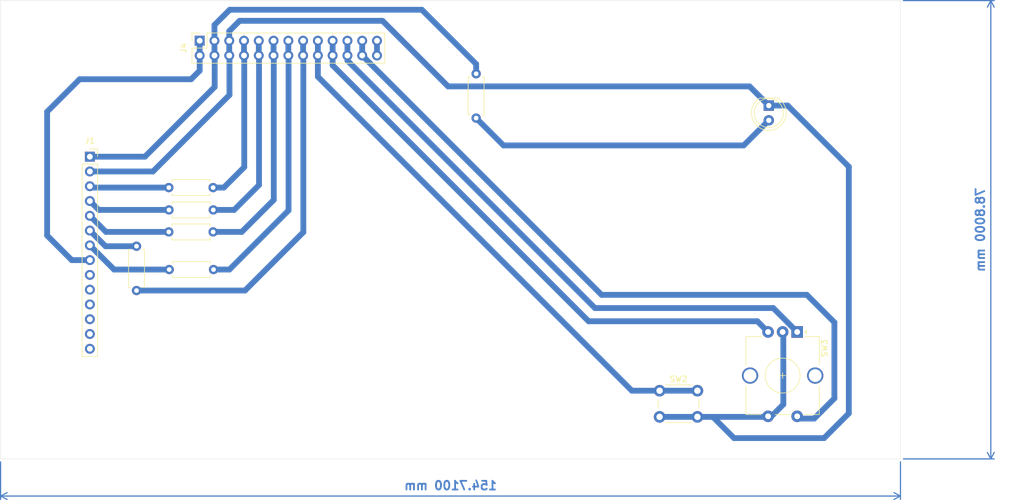
<source format=kicad_pcb>
(kicad_pcb (version 20240108) (generator "pcbnew") (generator_version "8.0")
  (layers (0 "F.Cu" signal) (31 "B.Cu" signal) (34 "B.Paste" user) (35 "F.Paste" user) (36 "B.SilkS" user "B.Silkscreen") (37 "F.SilkS" user "F.Silkscreen") (38 "B.Mask" user) (39 "F.Mask" user) (44 "Edge.Cuts" user))
  (net 0 "")
  (net 1 "GND")
  (net 2 "Net-(D1-A)")
  (net 4 "Net-(J1-Pin_5)")
  (net 6 "Net-(J1-Pin_6)")
  (net 7 "Net-(J1-Pin_3)")
  (net 9 "+5V")
  (net 11 "Net-(J1-Pin_7)")
  (net 13 "Net-(J1-Pin_4)")
  (net 15 "D4")
  (net 16 "D2")
  (net 17 "+3V3")
  (net 18 "D3")
  (net 19 "A5")
  (net 20 "D7")
  (net 21 "D13")
  (net 22 "A3")
  (net 23 "D11")
  (net 24 "A4")
  (net 25 "unconnected-(J4-Pin_13-Pad13)")
  (footprint "Resistor_THT:R_Axial_DIN0207_L6.3mm_D2.5mm_P7.62mm_Horizontal" (layer "F.Cu") (at 78.31 83.11)
    (property "Reference" "R6" (hide yes))
    (property "Value" "R" (hide yes))
    (fp_line (start 0.54 -1.37) (end 7.08 -1.37) (stroke (width 0.12)) (layer "F.SilkS"))
    (fp_line (start 0.54 -1.04) (end 0.54 -1.37) (stroke (width 0.12)) (layer "F.SilkS"))
    (fp_line (start 0.54 1.04) (end 0.54 1.37) (stroke (width 0.12)) (layer "F.SilkS"))
    (fp_line (start 0.54 1.37) (end 7.08 1.37) (stroke (width 0.12)) (layer "F.SilkS"))
    (fp_line (start 7.08 -1.37) (end 7.08 -1.04) (stroke (width 0.12)) (layer "F.SilkS"))
    (fp_line (start 7.08 1.37) (end 7.08 1.04) (stroke (width 0.12)) (layer "F.SilkS"))
    (pad "1" thru_hole circle (at 0 0) (size 1.6 1.6) (drill 0.8) (layers "*.Cu" "*.Mask") (net 11 "Net-(J1-Pin_7)"))
    (pad "2" thru_hole oval (at 7.62 0) (size 1.6 1.6) (drill 0.8) (layers "*.Cu" "*.Mask") (net 21 "D13"))
  )
  (footprint "Rotary_Encoder:RotaryEncoder_Alps_EC12E-Switch_Vertical_H20mm_CircularMountingHoles" (layer "F.Cu") (at 186.27 93.84 -90)
    (property "Reference" "SW3" (at 2.8 -4.7 90) (layer "F.SilkS"))
    (property "Value" "RotaryEncoder_Switch")
    (fp_line (start 0.8 8.8) (end 0.8 6) (stroke (width 0.12)) (layer "F.SilkS"))
    (fp_line (start 5.7 8.8) (end 0.8 8.8) (stroke (width 0.12)) (layer "F.SilkS"))
    (fp_line (start 14.2 8.8) (end 9.3 8.8) (stroke (width 0.12)) (layer "F.SilkS"))
    (fp_line (start 14.2 6.2) (end 14.2 8.8) (stroke (width 0.12)) (layer "F.SilkS"))
    (fp_line (start 7 2.5) (end 8 2.5) (stroke (width 0.12)) (layer "F.SilkS"))
    (fp_line (start 7.5 2) (end 7.5 3) (stroke (width 0.12)) (layer "F.SilkS"))
    (fp_line (start 14.2 1.2) (end 14.2 3.8) (stroke (width 0.12)) (layer "F.SilkS"))
    (fp_line (start 0 -1.3) (end -0.3 -1.6) (stroke (width 0.12)) (layer "F.SilkS"))
    (fp_line (start -0.3 -1.6) (end 0.3 -1.6) (stroke (width 0.12)) (layer "F.SilkS"))
    (fp_line (start 0.3 -1.6) (end 0 -1.3) (stroke (width 0.12)) (layer "F.SilkS"))
    (fp_line (start 0.8 -3.8) (end 0.8 -1.3) (stroke (width 0.12)) (layer "F.SilkS"))
    (fp_line (start 5.6 -3.8) (end 0.8 -3.8) (stroke (width 0.12)) (layer "F.SilkS"))
    (fp_line (start 9.3 -3.8) (end 14.2 -3.8) (stroke (width 0.12)) (layer "F.SilkS"))
    (fp_line (start 14.2 -3.8) (end 14.2 -1.2) (stroke (width 0.12)) (layer "F.SilkS"))
    (fp_circle (center 7.5 2.5) (end 10.5 2.5) (stroke (width 0.12)) (fill none) (layer "F.SilkS"))
    (pad "A" thru_hole rect (at 0 0 270) (size 2 2) (drill 1) (layers "*.Cu" "*.Mask") (net 16 "D2"))
    (pad "B" thru_hole circle (at 0 5 270) (size 2 2) (drill 1) (layers "*.Cu" "*.Mask") (net 18 "D3"))
    (pad "C" thru_hole circle (at 0 2.5 270) (size 2 2) (drill 1) (layers "*.Cu" "*.Mask") (net 1 "GND"))
    (pad "MP" thru_hole circle (at 7.5 -3.1 270) (size 2.8 2.8) (drill 2.2) (layers "*.Cu" "*.Mask"))
    (pad "MP" thru_hole circle (at 7.5 8.1 270) (size 2.8 2.8) (drill 2.2) (layers "*.Cu" "*.Mask"))
    (pad "S1" thru_hole circle (at 14.5 0 270) (size 2 2) (drill 1) (layers "*.Cu" "*.Mask") (net 15 "D4"))
    (pad "S2" thru_hole circle (at 14.5 5 270) (size 2 2) (drill 1) (layers "*.Cu" "*.Mask") (net 1 "GND"))
  )
  (footprint "Button_Switch_THT:SW_PUSH_6mm_H7.3mm" (layer "F.Cu") (at 162.62 103.94)
    (property "Reference" "SW2" (at 3.25 -2 0) (layer "F.SilkS"))
    (property "Value" "SW_Push")
    (fp_line (start -0.25 1.5) (end -0.25 3) (stroke (width 0.12)) (layer "F.SilkS"))
    (fp_line (start 1 5.5) (end 5.5 5.5) (stroke (width 0.12)) (layer "F.SilkS"))
    (fp_line (start 5.5 -1) (end 1 -1) (stroke (width 0.12)) (layer "F.SilkS"))
    (fp_line (start 6.75 3) (end 6.75 1.5) (stroke (width 0.12)) (layer "F.SilkS"))
    (pad "1" thru_hole circle (at 0 0 90) (size 2 2) (drill 1.1) (layers "*.Cu" "*.Mask") (net 20 "D7"))
    (pad "1" thru_hole circle (at 6.5 0 90) (size 2 2) (drill 1.1) (layers "*.Cu" "*.Mask") (net 20 "D7"))
    (pad "2" thru_hole circle (at 0 4.5 90) (size 2 2) (drill 1.1) (layers "*.Cu" "*.Mask") (net 1 "GND"))
    (pad "2" thru_hole circle (at 6.5 4.5 90) (size 2 2) (drill 1.1) (layers "*.Cu" "*.Mask") (net 1 "GND"))
  )
  (footprint "MountingHole:MountingHole_3.2mm_M3" (layer "F.Cu") (at 200.31 112.12)
    (property "Reference" "H3" (hide yes))
    (property "Value" "MountingHole" (hide yes))
    (pad "" np_thru_hole circle (at 0 0) (size 3.2 3.2) (drill 3.2) (layers "*.Cu" "*.Mask"))
  )
  (footprint "Connector_PinSocket_2.54mm:PinSocket_1x14_P2.54mm_Vertical" (layer "F.Cu") (at 64.67 63.71)
    (property "Reference" "J1" (at 0 -2.77 0) (layer "F.SilkS"))
    (property "Value" "Conn_01x14_Socket" (hide yes))
    (fp_line (start -1.33 1.27) (end -1.33 34.35) (stroke (width 0.12)) (layer "F.SilkS"))
    (fp_line (start -1.33 1.27) (end 1.33 1.27) (stroke (width 0.12)) (layer "F.SilkS"))
    (fp_line (start -1.33 34.35) (end 1.33 34.35) (stroke (width 0.12)) (layer "F.SilkS"))
    (fp_line (start 0 -1.33) (end 1.33 -1.33) (stroke (width 0.12)) (layer "F.SilkS"))
    (fp_line (start 1.33 -1.33) (end 1.33 0) (stroke (width 0.12)) (layer "F.SilkS"))
    (fp_line (start 1.33 1.27) (end 1.33 34.35) (stroke (width 0.12)) (layer "F.SilkS"))
    (pad "1" thru_hole rect (at 0 0) (size 1.7 1.7) (drill 1) (layers "*.Cu" "*.Mask") (net 9 "+5V"))
    (pad "2" thru_hole oval (at 0 2.54) (size 1.7 1.7) (drill 1) (layers "*.Cu" "*.Mask") (net 1 "GND"))
    (pad "3" thru_hole oval (at 0 5.08) (size 1.7 1.7) (drill 1) (layers "*.Cu" "*.Mask") (net 7 "Net-(J1-Pin_3)"))
    (pad "4" thru_hole oval (at 0 7.62) (size 1.7 1.7) (drill 1) (layers "*.Cu" "*.Mask") (net 13 "Net-(J1-Pin_4)"))
    (pad "5" thru_hole oval (at 0 10.16) (size 1.7 1.7) (drill 1) (layers "*.Cu" "*.Mask") (net 4 "Net-(J1-Pin_5)"))
    (pad "6" thru_hole oval (at 0 12.7) (size 1.7 1.7) (drill 1) (layers "*.Cu" "*.Mask") (net 6 "Net-(J1-Pin_6)"))
    (pad "7" thru_hole oval (at 0 15.24) (size 1.7 1.7) (drill 1) (layers "*.Cu" "*.Mask") (net 11 "Net-(J1-Pin_7)"))
    (pad "8" thru_hole oval (at 0 17.78) (size 1.7 1.7) (drill 1) (layers "*.Cu" "*.Mask") (net 17 "+3V3"))
    (pad "9" thru_hole oval (at 0 20.32) (size 1.7 1.7) (drill 1) (layers "*.Cu" "*.Mask"))
    (pad "10" thru_hole oval (at 0 22.86) (size 1.7 1.7) (drill 1) (layers "*.Cu" "*.Mask"))
    (pad "11" thru_hole oval (at 0 25.4) (size 1.7 1.7) (drill 1) (layers "*.Cu" "*.Mask"))
    (pad "12" thru_hole oval (at 0 27.94) (size 1.7 1.7) (drill 1) (layers "*.Cu" "*.Mask"))
    (pad "13" thru_hole oval (at 0 30.48) (size 1.7 1.7) (drill 1) (layers "*.Cu" "*.Mask"))
    (pad "14" thru_hole oval (at 0 33.02) (size 1.7 1.7) (drill 1) (layers "*.Cu" "*.Mask"))
  )
  (footprint "Connector_PinSocket_2.54mm:PinSocket_2x13_P2.54mm_Vertical" (layer "F.Cu") (at 83.55 43.77 90)
    (property "Reference" "J4" (at -1.27 -2.77 90) (layer "F.SilkS"))
    (property "Value" "Conn_01x13_Socket" (hide yes))
    (fp_line (start 1.33 -1.33) (end 1.33 0) (stroke (width 0.12)) (layer "F.SilkS"))
    (fp_line (start 0 -1.33) (end 1.33 -1.33) (stroke (width 0.12)) (layer "F.SilkS"))
    (fp_line (start -1.27 -1.33) (end -1.27 1.27) (stroke (width 0.12)) (layer "F.SilkS"))
    (fp_line (start -3.87 -1.33) (end -1.27 -1.33) (stroke (width 0.12)) (layer "F.SilkS"))
    (fp_line (start -3.87 -1.33) (end -3.87 31.81) (stroke (width 0.12)) (layer "F.SilkS"))
    (fp_line (start 1.33 1.27) (end 1.33 31.81) (stroke (width 0.12)) (layer "F.SilkS"))
    (fp_line (start -1.27 1.27) (end 1.33 1.27) (stroke (width 0.12)) (layer "F.SilkS"))
    (fp_line (start -3.87 31.81) (end 1.33 31.81) (stroke (width 0.12)) (layer "F.SilkS"))
    (pad "1" thru_hole oval (at -2.54 0 90) (size 1.7 1.7) (drill 1) (layers "*.Cu" "*.Mask") (net 17 "+3V3"))
    (pad "1" thru_hole rect (at 0 0 90) (size 1.7 1.7) (drill 1) (layers "*.Cu" "*.Mask") (net 17 "+3V3"))
    (pad "2" thru_hole oval (at -2.54 2.54 90) (size 1.7 1.7) (drill 1) (layers "*.Cu" "*.Mask") (net 9 "+5V"))
    (pad "2" thru_hole oval (at 0 2.54 90) (size 1.7 1.7) (drill 1) (layers "*.Cu" "*.Mask") (net 9 "+5V"))
    (pad "3" thru_hole oval (at -2.54 5.08 90) (size 1.7 1.7) (drill 1) (layers "*.Cu" "*.Mask") (net 1 "GND"))
    (pad "3" thru_hole oval (at 0 5.08 90) (size 1.7 1.7) (drill 1) (layers "*.Cu" "*.Mask") (net 1 "GND"))
    (pad "4" thru_hole oval (at -2.54 7.62 90) (size 1.7 1.7) (drill 1) (layers "*.Cu" "*.Mask") (net 19 "A5"))
    (pad "4" thru_hole oval (at 0 7.62 90) (size 1.7 1.7) (drill 1) (layers "*.Cu" "*.Mask") (net 19 "A5"))
    (pad "5" thru_hole oval (at -2.54 10.16 90) (size 1.7 1.7) (drill 1) (layers "*.Cu" "*.Mask") (net 24 "A4"))
    (pad "5" thru_hole oval (at 0 10.16 90) (size 1.7 1.7) (drill 1) (layers "*.Cu" "*.Mask") (net 24 "A4"))
    (pad "6" thru_hole oval (at -2.54 12.7 90) (size 1.7 1.7) (drill 1) (layers "*.Cu" "*.Mask") (net 22 "A3"))
    (pad "6" thru_hole oval (at 0 12.7 90) (size 1.7 1.7) (drill 1) (layers "*.Cu" "*.Mask") (net 22 "A3"))
    (pad "7" thru_hole oval (at -2.54 15.24 90) (size 1.7 1.7) (drill 1) (layers "*.Cu" "*.Mask") (net 21 "D13"))
    (pad "7" thru_hole oval (at 0 15.24 90) (size 1.7 1.7) (drill 1) (layers "*.Cu" "*.Mask") (net 21 "D13"))
    (pad "8" thru_hole oval (at -2.54 17.78 90) (size 1.7 1.7) (drill 1) (layers "*.Cu" "*.Mask") (net 23 "D11"))
    (pad "8" thru_hole oval (at 0 17.78 90) (size 1.7 1.7) (drill 1) (layers "*.Cu" "*.Mask") (net 23 "D11"))
    (pad "9" thru_hole oval (at -2.54 20.32 90) (size 1.7 1.7) (drill 1) (layers "*.Cu" "*.Mask") (net 20 "D7"))
    (pad "9" thru_hole oval (at 0 20.32 90) (size 1.7 1.7) (drill 1) (layers "*.Cu" "*.Mask") (net 20 "D7"))
    (pad "10" thru_hole oval (at -2.54 22.86 90) (size 1.7 1.7) (drill 1) (layers "*.Cu" "*.Mask") (net 18 "D3"))
    (pad "10" thru_hole oval (at 0 22.86 90) (size 1.7 1.7) (drill 1) (layers "*.Cu" "*.Mask") (net 18 "D3"))
    (pad "11" thru_hole oval (at -2.54 25.4 90) (size 1.7 1.7) (drill 1) (layers "*.Cu" "*.Mask") (net 16 "D2"))
    (pad "11" thru_hole oval (at 0 25.4 90) (size 1.7 1.7) (drill 1) (layers "*.Cu" "*.Mask") (net 16 "D2"))
    (pad "12" thru_hole oval (at -2.54 27.94 90) (size 1.7 1.7) (drill 1) (layers "*.Cu" "*.Mask") (net 15 "D4"))
    (pad "12" thru_hole oval (at 0 27.94 90) (size 1.7 1.7) (drill 1) (layers "*.Cu" "*.Mask") (net 15 "D4"))
    (pad "13" thru_hole oval (at -2.54 30.48 90) (size 1.7 1.7) (drill 1) (layers "*.Cu" "*.Mask") (net 25 "unconnected-(J4-Pin_13-Pad13)"))
    (pad "13" thru_hole oval (at 0 30.48 90) (size 1.7 1.7) (drill 1) (layers "*.Cu" "*.Mask") (net 25 "unconnected-(J4-Pin_13-Pad13)"))
  )
  (footprint "MountingHole:MountingHole_3.2mm_M3" (layer "F.Cu") (at 53.13 40.78)
    (property "Reference" "H1" (hide yes))
    (property "Value" "MountingHole" (hide yes))
    (pad "" np_thru_hole circle (at 0 0) (size 3.2 3.2) (drill 3.2) (layers "*.Cu" "*.Mask"))
  )
  (footprint "Resistor_THT:R_Axial_DIN0207_L6.3mm_D2.5mm_P7.62mm_Horizontal" (layer "F.Cu") (at 78.27 72.86)
    (property "Reference" "R3" (hide yes))
    (property "Value" "R" (hide yes))
    (fp_line (start 0.54 -1.37) (end 7.08 -1.37) (stroke (width 0.12)) (layer "F.SilkS"))
    (fp_line (start 0.54 -1.04) (end 0.54 -1.37) (stroke (width 0.12)) (layer "F.SilkS"))
    (fp_line (start 0.54 1.04) (end 0.54 1.37) (stroke (width 0.12)) (layer "F.SilkS"))
    (fp_line (start 0.54 1.37) (end 7.08 1.37) (stroke (width 0.12)) (layer "F.SilkS"))
    (fp_line (start 7.08 -1.37) (end 7.08 -1.04) (stroke (width 0.12)) (layer "F.SilkS"))
    (fp_line (start 7.08 1.37) (end 7.08 1.04) (stroke (width 0.12)) (layer "F.SilkS"))
    (pad "1" thru_hole circle (at 0 0) (size 1.6 1.6) (drill 0.8) (layers "*.Cu" "*.Mask") (net 13 "Net-(J1-Pin_4)"))
    (pad "2" thru_hole oval (at 7.62 0) (size 1.6 1.6) (drill 0.8) (layers "*.Cu" "*.Mask") (net 24 "A4"))
  )
  (footprint "Resistor_THT:R_Axial_DIN0207_L6.3mm_D2.5mm_P7.62mm_Horizontal" (layer "F.Cu") (at 78.24 69.02)
    (property "Reference" "R2" (hide yes))
    (property "Value" "R" (hide yes))
    (fp_line (start 0.54 -1.37) (end 7.08 -1.37) (stroke (width 0.12)) (layer "F.SilkS"))
    (fp_line (start 0.54 -1.04) (end 0.54 -1.37) (stroke (width 0.12)) (layer "F.SilkS"))
    (fp_line (start 0.54 1.04) (end 0.54 1.37) (stroke (width 0.12)) (layer "F.SilkS"))
    (fp_line (start 0.54 1.37) (end 7.08 1.37) (stroke (width 0.12)) (layer "F.SilkS"))
    (fp_line (start 7.08 -1.37) (end 7.08 -1.04) (stroke (width 0.12)) (layer "F.SilkS"))
    (fp_line (start 7.08 1.37) (end 7.08 1.04) (stroke (width 0.12)) (layer "F.SilkS"))
    (pad "1" thru_hole circle (at 0 0) (size 1.6 1.6) (drill 0.8) (layers "*.Cu" "*.Mask") (net 7 "Net-(J1-Pin_3)"))
    (pad "2" thru_hole oval (at 7.62 0) (size 1.6 1.6) (drill 0.8) (layers "*.Cu" "*.Mask") (net 19 "A5"))
  )
  (footprint "LED_THT:LED_D5.0mm" (layer "F.Cu") (at 181.39 54.92 -90)
    (property "Reference" "D1" (hide yes))
    (property "Value" "LED")
    (fp_line (start -1.29 -1.545) (end -1.29 1.545) (stroke (width 0.12)) (layer "F.SilkS"))
    (fp_arc (start 4.26 0.000048) (mid 2.071756 2.880501) (end -1.29 1.54483) (stroke (width 0.12)) (layer "F.SilkS"))
    (fp_arc (start -1.29 -1.54483) (mid 2.071756 -2.880501) (end 4.26 -0.000048) (stroke (width 0.12)) (layer "F.SilkS"))
    (fp_circle (center 1.27 0) (end 3.77 0) (stroke (width 0.12)) (fill none) (layer "F.SilkS"))
    (pad "1" thru_hole rect (at 0 0 270) (size 1.8 1.8) (drill 0.9) (layers "*.Cu" "*.Mask") (net 1 "GND"))
    (pad "2" thru_hole circle (at 2.54 0 270) (size 1.8 1.8) (drill 0.9) (layers "*.Cu" "*.Mask") (net 2 "Net-(D1-A)"))
  )
  (footprint "MountingHole:MountingHole_3.2mm_M3" (layer "F.Cu") (at 145.4 103.96)
    (property "Reference" "H1" (hide yes))
    (property "Value" "MountingHole" (hide yes))
    (pad "" np_thru_hole circle (at 0 0) (size 3.2 3.2) (drill 3.2) (layers "*.Cu" "*.Mask"))
  )
  (footprint "MountingHole:MountingHole_3.2mm_M3" (layer "F.Cu") (at 53.01 111.5)
    (property "Reference" "H2" (hide yes))
    (property "Value" "MountingHole" (hide yes))
    (pad "" np_thru_hole circle (at 0 0) (size 3.2 3.2) (drill 3.2) (layers "*.Cu" "*.Mask"))
  )
  (footprint "Resistor_THT:R_Axial_DIN0207_L6.3mm_D2.5mm_P7.62mm_Horizontal" (layer "F.Cu") (at 72.69 79.1 -90)
    (property "Reference" "R7" (hide yes))
    (property "Value" "R")
    (fp_line (start 0.54 1.37) (end 7.08 1.37) (stroke (width 0.12)) (layer "F.SilkS"))
    (fp_line (start 7.08 1.37) (end 7.08 1.04) (stroke (width 0.12)) (layer "F.SilkS"))
    (fp_line (start 0.54 1.04) (end 0.54 1.37) (stroke (width 0.12)) (layer "F.SilkS"))
    (fp_line (start 0.54 -1.04) (end 0.54 -1.37) (stroke (width 0.12)) (layer "F.SilkS"))
    (fp_line (start 0.54 -1.37) (end 7.08 -1.37) (stroke (width 0.12)) (layer "F.SilkS"))
    (fp_line (start 7.08 -1.37) (end 7.08 -1.04) (stroke (width 0.12)) (layer "F.SilkS"))
    (pad "1" thru_hole circle (at 0 0 270) (size 1.6 1.6) (drill 0.8) (layers "*.Cu" "*.Mask") (net 6 "Net-(J1-Pin_6)"))
    (pad "2" thru_hole oval (at 7.62 0 270) (size 1.6 1.6) (drill 0.8) (layers "*.Cu" "*.Mask") (net 23 "D11"))
  )
  (footprint "MountingHole:MountingHole_3.2mm_M3" (layer "F.Cu") (at 145.64 56.88)
    (property "Reference" "H1" (hide yes))
    (property "Value" "MountingHole" (hide yes))
    (pad "" np_thru_hole circle (at 0 0) (size 3.2 3.2) (drill 3.2) (layers "*.Cu" "*.Mask"))
  )
  (footprint "Resistor_THT:R_Axial_DIN0207_L6.3mm_D2.5mm_P7.62mm_Horizontal" (layer "F.Cu") (at 78.24 76.64)
    (property "Reference" "R4" (hide yes))
    (property "Value" "R" (hide yes))
    (fp_line (start 0.54 -1.37) (end 7.08 -1.37) (stroke (width 0.12)) (layer "F.SilkS"))
    (fp_line (start 0.54 -1.04) (end 0.54 -1.37) (stroke (width 0.12)) (layer "F.SilkS"))
    (fp_line (start 0.54 1.04) (end 0.54 1.37) (stroke (width 0.12)) (layer "F.SilkS"))
    (fp_line (start 0.54 1.37) (end 7.08 1.37) (stroke (width 0.12)) (layer "F.SilkS"))
    (fp_line (start 7.08 -1.37) (end 7.08 -1.04) (stroke (width 0.12)) (layer "F.SilkS"))
    (fp_line (start 7.08 1.37) (end 7.08 1.04) (stroke (width 0.12)) (layer "F.SilkS"))
    (pad "1" thru_hole circle (at 0 0) (size 1.6 1.6) (drill 0.8) (layers "*.Cu" "*.Mask") (net 4 "Net-(J1-Pin_5)"))
    (pad "2" thru_hole oval (at 7.62 0) (size 1.6 1.6) (drill 0.8) (layers "*.Cu" "*.Mask") (net 22 "A3"))
  )
  (footprint "MountingHole:MountingHole_3.2mm_M3" (layer "F.Cu") (at 65.41 104.22)
    (property "Reference" "H1" (hide yes))
    (property "Value" "MountingHole" (hide yes))
    (pad "" np_thru_hole circle (at 0 0) (size 3.2 3.2) (drill 3.2) (layers "*.Cu" "*.Mask"))
  )
  (footprint "MountingHole:MountingHole_3.2mm_M3" (layer "F.Cu") (at 65.12 56.47)
    (property "Reference" "H1" (hide yes))
    (property "Value" "MountingHole" (hide yes))
    (pad "" np_thru_hole circle (at 0 0) (size 3.2 3.2) (drill 3.2) (layers "*.Cu" "*.Mask"))
  )
  (footprint "Resistor_THT:R_Axial_DIN0207_L6.3mm_D2.5mm_P7.62mm_Horizontal" (layer "F.Cu") (at 131.08 49.45 -90)
    (property "Reference" "R1" (hide yes))
    (property "Value" "R" (hide yes))
    (fp_line (start 0.54 1.37) (end 7.08 1.37) (stroke (width 0.12)) (layer "F.SilkS"))
    (fp_line (start 7.08 1.37) (end 7.08 1.04) (stroke (width 0.12)) (layer "F.SilkS"))
    (fp_line (start 0.54 1.04) (end 0.54 1.37) (stroke (width 0.12)) (layer "F.SilkS"))
    (fp_line (start 0.54 -1.04) (end 0.54 -1.37) (stroke (width 0.12)) (layer "F.SilkS"))
    (fp_line (start 0.54 -1.37) (end 7.08 -1.37) (stroke (width 0.12)) (layer "F.SilkS"))
    (fp_line (start 7.08 -1.37) (end 7.08 -1.04) (stroke (width 0.12)) (layer "F.SilkS"))
    (pad "1" thru_hole circle (at 0 0 270) (size 1.6 1.6) (drill 0.8) (layers "*.Cu" "*.Mask") (net 9 "+5V"))
    (pad "2" thru_hole oval (at 7.62 0 270) (size 1.6 1.6) (drill 0.8) (layers "*.Cu" "*.Mask") (net 2 "Net-(D1-A)"))
  )
  (footprint "MountingHole:MountingHole_3.2mm_M3" (layer "F.Cu") (at 200.29 40.54)
    (property "Reference" "H4" (hide yes))
    (property "Value" "MountingHole" (hide yes))
    (pad "" np_thru_hole circle (at 0 0) (size 3.2 3.2) (drill 3.2) (layers "*.Cu" "*.Mask"))
  )
  (gr_rect (start 49.32 36.87) (end 204.03 115.67) (stroke (width 0.05)) (fill none) (layer "Edge.Cuts"))
  (dimension (type aligned) (layer "B.Cu") (pts (xy 204.03 36.87) (xy 204.03 115.67)) (height -15.53) (gr_text "78.8000 mm" (at 217.76 76.27 90) (layer "B.Cu") (effects (font (size 1.5 1.5) (thickness 0.3)) (justify mirror))) (format (prefix "") (suffix "") (units 3) (units_format 1) (precision 4)) (style (thickness 0.2) (arrow_length 1.27) (text_position_mode 0) (extension_height 0.58642) (extension_offset 0.5) keep_text_aligned))
  (dimension (type aligned) (layer "B.Cu") (pts (xy 49.32 115.67) (xy 204.03 115.67)) (height 6.38) (gr_text "154.7100 mm" (at 126.675 120.25 0) (layer "B.Cu") (effects (font (size 1.5 1.5) (thickness 0.3)) (justify mirror))) (format (prefix "") (suffix "") (units 3) (units_format 1) (precision 4)) (style (thickness 0.2) (arrow_length 1.27) (text_position_mode 0) (extension_height 0.58642) (extension_offset 0.5) keep_text_aligned))
  (segment (start 171.77 108.44) (end 175.42 112.09) (width 1) (layer "B.Cu") (net 1))
  (segment (start 175.42 112.09) (end 190.9 112.09) (width 1) (layer "B.Cu") (net 1))
  (segment (start 183.89 94.3) (end 183.89 106.3) (width 1) (layer "B.Cu") (net 1))
  (segment (start 181.17 108.44) (end 181.27 108.34) (width 1) (layer "B.Cu") (net 1))
  (segment (start 88.67 46.35) (end 88.63 46.31) (width 1) (layer "B.Cu") (net 1))
  (segment (start 169.12 108.44) (end 162.62 108.44) (width 1) (layer "B.Cu") (net 1))
  (segment (start 88.63 46.31) (end 88.63 43.77) (width 1) (layer "B.Cu") (net 1))
  (segment (start 90.41 40.35) (end 114.98 40.35) (width 1) (layer "B.Cu") (net 1))
  (segment (start 183.89 106.3) (end 181.46 108.73) (width 1) (layer "B.Cu") (net 1))
  (segment (start 183.96 94.23) (end 183.89 94.3) (width 1) (layer "B.Cu") (net 1))
  (segment (start 169.41 108.73) (end 169.12 108.44) (width 1) (layer "B.Cu") (net 1))
  (segment (start 195.15 65.43) (end 184.64 54.92) (width 1) (layer "B.Cu") (net 1))
  (segment (start 195.15 107.84) (end 195.15 65.43) (width 1) (layer "B.Cu") (net 1))
  (segment (start 190.9 112.09) (end 195.15 107.84) (width 1) (layer "B.Cu") (net 1))
  (segment (start 88.63 43.77) (end 88.63 42.13) (width 1) (layer "B.Cu") (net 1))
  (segment (start 126.25 51.62) (end 178.09 51.62) (width 1) (layer "B.Cu") (net 1))
  (segment (start 88.63 42.13) (end 90.41 40.35) (width 1) (layer "B.Cu") (net 1))
  (segment (start 181.46 108.73) (end 180.97 108.73) (width 1) (layer "B.Cu") (net 1))
  (segment (start 75.52 66.25) (end 88.67 53.1) (width 1) (layer "B.Cu") (net 1))
  (segment (start 184.64 54.92) (end 181.39 54.92) (width 1) (layer "B.Cu") (net 1))
  (segment (start 178.09 51.62) (end 181.39 54.92) (width 1) (layer "B.Cu") (net 1))
  (segment (start 64.67 66.25) (end 75.52 66.25) (width 1) (layer "B.Cu") (net 1))
  (segment (start 171.61 108.44) (end 181.17 108.44) (width 1) (layer "B.Cu") (net 1))
  (segment (start 88.67 53.1) (end 88.67 46.35) (width 1) (layer "B.Cu") (net 1))
  (segment (start 114.98 40.35) (end 126.25 51.62) (width 1) (layer "B.Cu") (net 1))
  (segment (start 169.12 108.44) (end 171.61 108.44) (width 1) (layer "B.Cu") (net 1))
  (segment (start 171.61 108.44) (end 171.77 108.44) (width 1) (layer "B.Cu") (net 1))
  (segment (start 177.08 61.77) (end 181.39 57.46) (width 1) (layer "B.Cu") (net 2))
  (segment (start 131.08 57.07) (end 135.78 61.77) (width 1) (layer "B.Cu") (net 2))
  (segment (start 135.78 61.77) (end 177.08 61.77) (width 1) (layer "B.Cu") (net 2))
  (segment (start 67.44 76.64) (end 64.67 73.87) (width 1) (layer "B.Cu") (net 4))
  (segment (start 78.24 76.64) (end 67.44 76.64) (width 1) (layer "B.Cu") (net 4))
  (segment (start 64.67 76.41) (end 67.36 79.1) (width 1) (layer "B.Cu") (net 6))
  (segment (start 67.36 79.1) (end 72.69 79.1) (width 1) (layer "B.Cu") (net 6))
  (segment (start 64.9 69.02) (end 64.67 68.79) (width 1) (layer "F.Cu") (net 7))
  (segment (start 64.9 69.02) (end 64.67 68.79) (width 1) (layer "B.Cu") (net 7))
  (segment (start 78.24 69.02) (end 64.9 69.02) (width 1) (layer "B.Cu") (net 7))
  (segment (start 64.76 63.8) (end 64.67 63.71) (width 1) (layer "F.Cu") (net 9))
  (segment (start 86.13 51.71) (end 86.13 46.35) (width 1) (layer "B.Cu") (net 9))
  (segment (start 88.71 38.45) (end 86.09 41.07) (width 1) (layer "B.Cu") (net 9))
  (segment (start 64.67 63.71) (end 74.13 63.71) (width 1) (layer "B.Cu") (net 9))
  (segment (start 121.75 38.45) (end 88.71 38.45) (width 1) (layer "B.Cu") (net 9))
  (segment (start 131.08 47.78) (end 121.75 38.45) (width 1) (layer "B.Cu") (net 9))
  (segment (start 74.13 63.71) (end 86.13 51.71) (width 1) (layer "B.Cu") (net 9))
  (segment (start 86.09 46.31) (end 86.09 43.77) (width 1) (layer "B.Cu") (net 9))
  (segment (start 86.09 41.07) (end 86.09 43.77) (width 1) (layer "B.Cu") (net 9))
  (segment (start 131.08 49.45) (end 131.08 47.78) (width 1) (layer "B.Cu") (net 9))
  (segment (start 86.13 46.35) (end 86.09 46.31) (width 1) (layer "B.Cu") (net 9))
  (segment (start 78.26 83.16) (end 78.31 83.11) (width 1) (layer "F.Cu") (net 11))
  (segment (start 64.67 78.95) (end 68.83 83.11) (width 1) (layer "B.Cu") (net 11))
  (segment (start 68.83 83.11) (end 78.31 83.11) (width 1) (layer "B.Cu") (net 11))
  (segment (start 64.67 71.33) (end 64.69 71.31) (width 1) (layer "F.Cu") (net 13))
  (segment (start 66.2 72.86) (end 64.67 71.33) (width 1) (layer "B.Cu") (net 13))
  (segment (start 78.27 72.86) (end 66.2 72.86) (width 1) (layer "B.Cu") (net 13))
  (segment (start 152.64 87.46) (end 111.49 46.31) (width 1) (layer "B.Cu") (net 15))
  (segment (start 187.94 87.46) (end 152.64 87.46) (width 1) (layer "B.Cu") (net 15))
  (segment (start 186.46 108.73) (end 189.2 108.73) (width 1) (layer "B.Cu") (net 15))
  (segment (start 111.49 43.77) (end 111.49 46.31) (width 1) (layer "B.Cu") (net 15))
  (segment (start 189.2 108.73) (end 192.67 105.26) (width 1) (layer "B.Cu") (net 15))
  (segment (start 192.67 92.19) (end 187.94 87.46) (width 1) (layer "B.Cu") (net 15))
  (segment (start 192.67 105.26) (end 192.67 92.19) (width 1) (layer "B.Cu") (net 15))
  (segment (start 108.95 47.18) (end 151.5 89.73) (width 1) (layer "B.Cu") (net 16))
  (segment (start 108.95 46.31) (end 108.95 47.18) (width 1) (layer "B.Cu") (net 16))
  (segment (start 182.16 89.73) (end 186.27 93.84) (width 1) (layer "B.Cu") (net 16))
  (segment (start 151.5 89.73) (end 182.16 89.73) (width 1) (layer "B.Cu") (net 16))
  (segment (start 108.95 43.77) (end 108.95 46.31) (width 1) (layer "B.Cu") (net 16))
  (segment (start 82.08 50.39) (end 62.91 50.39) (width 1) (layer "B.Cu") (net 17))
  (segment (start 57.32 55.98) (end 57.32 77.26) (width 1) (layer "B.Cu") (net 17))
  (segment (start 62.91 50.39) (end 57.32 55.98) (width 1) (layer "B.Cu") (net 17))
  (segment (start 57.32 77.26) (end 61.55 81.49) (width 1) (layer "B.Cu") (net 17))
  (segment (start 83.55 46.31) (end 83.55 48.92) (width 1) (layer "B.Cu") (net 17))
  (segment (start 61.55 81.49) (end 64.67 81.49) (width 1) (layer "B.Cu") (net 17))
  (segment (start 83.55 48.92) (end 82.08 50.39) (width 1) (layer "B.Cu") (net 17))
  (segment (start 83.55 46.31) (end 83.55 43.77) (width 1) (layer "B.Cu") (net 17))
  (segment (start 179.43 92) (end 181.27 93.84) (width 1) (layer "B.Cu") (net 18))
  (segment (start 150.41 92) (end 179.43 92) (width 1) (layer "B.Cu") (net 18))
  (segment (start 106.41 46.31) (end 106.41 48) (width 1) (layer "B.Cu") (net 18))
  (segment (start 106.41 48) (end 150.41 92) (width 1) (layer "B.Cu") (net 18))
  (segment (start 106.41 43.77) (end 106.41 46.31) (width 1) (layer "B.Cu") (net 18))
  (segment (start 85.86 69.02) (end 85.9 69.06) (width 1) (layer "F.Cu") (net 19))
  (segment (start 87.7 69.02) (end 91.21 65.51) (width 1) (layer "B.Cu") (net 19))
  (segment (start 85.86 69.02) (end 87.7 69.02) (width 1) (layer "B.Cu") (net 19))
  (segment (start 91.21 46.35) (end 91.17 46.31) (width 1) (layer "B.Cu") (net 19))
  (segment (start 91.17 43.77) (end 91.17 46.31) (width 1) (layer "B.Cu") (net 19))
  (segment (start 91.21 65.51) (end 91.21 46.35) (width 1) (layer "B.Cu") (net 19))
  (segment (start 103.87 43.77) (end 103.87 46.31) (width 1) (layer "B.Cu") (net 20))
  (segment (start 169.12 103.94) (end 168.83 103.65) (width 1) (layer "B.Cu") (net 20))
  (segment (start 157.85 103.94) (end 162.62 103.94) (width 1) (layer "B.Cu") (net 20))
  (segment (start 103.87 46.31) (end 103.87 49.96) (width 1) (layer "B.Cu") (net 20))
  (segment (start 169.12 103.94) (end 162.62 103.94) (width 1) (layer "B.Cu") (net 20))
  (segment (start 103.91 46.35) (end 103.87 46.31) (width 1) (layer "B.Cu") (net 20))
  (segment (start 103.87 49.96) (end 157.85 103.94) (width 1) (layer "B.Cu") (net 20))
  (segment (start 98.83 72.94) (end 98.83 46.35) (width 1) (layer "B.Cu") (net 21))
  (segment (start 98.83 46.35) (end 98.79 46.31) (width 1) (layer "B.Cu") (net 21))
  (segment (start 88.66 83.11) (end 98.83 72.94) (width 1) (layer "B.Cu") (net 21))
  (segment (start 85.93 83.11) (end 88.66 83.11) (width 1) (layer "B.Cu") (net 21))
  (segment (start 98.79 43.77) (end 98.79 46.31) (width 1) (layer "B.Cu") (net 21))
  (segment (start 96.25 46.31) (end 96.29 46.35) (width 1) (layer "B.Cu") (net 22))
  (segment (start 90.78 76.64) (end 85.86 76.64) (width 1) (layer "B.Cu") (net 22))
  (segment (start 96.29 71.13) (end 90.78 76.64) (width 1) (layer "B.Cu") (net 22))
  (segment (start 96.29 46.35) (end 96.29 71.13) (width 1) (layer "B.Cu") (net 22))
  (segment (start 96.25 43.77) (end 96.25 46.31) (width 1) (layer "B.Cu") (net 22))
  (segment (start 101.37 76.69) (end 91.34 86.72) (width 1) (layer "B.Cu") (net 23))
  (segment (start 101.33 46.31) (end 101.37 46.35) (width 1) (layer "B.Cu") (net 23))
  (segment (start 101.33 43.77) (end 101.33 46.31) (width 1) (layer "B.Cu") (net 23))
  (segment (start 91.34 86.72) (end 72.69 86.72) (width 1) (layer "B.Cu") (net 23))
  (segment (start 101.37 46.35) (end 101.37 76.69) (width 1) (layer "B.Cu") (net 23))
  (segment (start 93.71 43.77) (end 93.71 46.31) (width 1) (layer "B.Cu") (net 24))
  (segment (start 93.75 46.35) (end 93.71 46.31) (width 1) (layer "B.Cu") (net 24))
  (segment (start 93.75 68.58) (end 93.75 46.35) (width 1) (layer "B.Cu") (net 24))
  (segment (start 85.89 72.86) (end 89.47 72.86) (width 1) (layer "B.Cu") (net 24))
  (segment (start 89.47 72.86) (end 93.75 68.58) (width 1) (layer "B.Cu") (net 24))
  (segment (start 114.03 43.77) (end 114.03 46.31) (width 1) (layer "B.Cu") (net 25))
)
</source>
